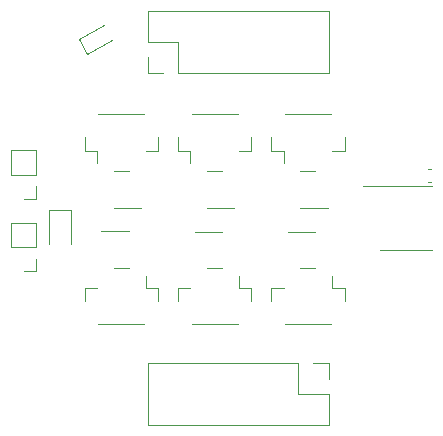
<source format=gbr>
%TF.GenerationSoftware,KiCad,Pcbnew,7.0.5*%
%TF.CreationDate,2024-01-17T23:09:27-05:00*%
%TF.ProjectId,BURNING_R,4255524e-494e-4475-9f52-2e6b69636164,rev?*%
%TF.SameCoordinates,Original*%
%TF.FileFunction,Legend,Top*%
%TF.FilePolarity,Positive*%
%FSLAX46Y46*%
G04 Gerber Fmt 4.6, Leading zero omitted, Abs format (unit mm)*
G04 Created by KiCad (PCBNEW 7.0.5) date 2024-01-17 23:09:27*
%MOMM*%
%LPD*%
G01*
G04 APERTURE LIST*
%ADD10C,0.120000*%
G04 APERTURE END LIST*
D10*
%TO.C,Q5*%
X148147500Y-99258621D02*
X149822500Y-99258621D01*
X148147500Y-99258621D02*
X147497500Y-99258621D01*
X148147500Y-96138621D02*
X148797500Y-96138621D01*
X148147500Y-96138621D02*
X147497500Y-96138621D01*
%TO.C,J3*%
X143370000Y-107138621D02*
X143370000Y-105988621D01*
X143370000Y-105988621D02*
X142320000Y-105988621D01*
X142320000Y-105988621D02*
X142320000Y-104998621D01*
X142200000Y-109108621D02*
X138320000Y-109108621D01*
X137150000Y-107138621D02*
X137150000Y-105988621D01*
X137150000Y-105988621D02*
X138200000Y-105988621D01*
%TO.C,C2*%
X166506267Y-97008621D02*
X166213733Y-97008621D01*
X166506267Y-95988621D02*
X166213733Y-95988621D01*
%TO.C,Q3*%
X156040000Y-101238621D02*
X154365000Y-101238621D01*
X156040000Y-101238621D02*
X156690000Y-101238621D01*
X156040000Y-104358621D02*
X155390000Y-104358621D01*
X156040000Y-104358621D02*
X156690000Y-104358621D01*
%TO.C,D1*%
X136644898Y-84972092D02*
X137379898Y-86245150D01*
X137379898Y-86245150D02*
X139510320Y-85015150D01*
X138775320Y-83742092D02*
X136644898Y-84972092D01*
%TO.C,J10*%
X133060000Y-104608621D02*
X132000000Y-104608621D01*
X133060000Y-103548621D02*
X133060000Y-104608621D01*
X133060000Y-102548621D02*
X133060000Y-100488621D01*
X133060000Y-102548621D02*
X130940000Y-102548621D01*
X133060000Y-100488621D02*
X130940000Y-100488621D01*
X130940000Y-102548621D02*
X130940000Y-100488621D01*
%TO.C,Q4*%
X140250000Y-99258621D02*
X141925000Y-99258621D01*
X140250000Y-99258621D02*
X139600000Y-99258621D01*
X140250000Y-96138621D02*
X140900000Y-96138621D01*
X140250000Y-96138621D02*
X139600000Y-96138621D01*
%TO.C,J1*%
X142480000Y-87795599D02*
X142480000Y-86465599D01*
X143810000Y-87795599D02*
X142480000Y-87795599D01*
X145080000Y-87795599D02*
X157840000Y-87795599D01*
X145080000Y-87795599D02*
X145080000Y-85195599D01*
X157840000Y-87795599D02*
X157840000Y-82595599D01*
X142480000Y-85195599D02*
X142480000Y-82595599D01*
X145080000Y-85195599D02*
X142480000Y-85195599D01*
X142480000Y-82595599D02*
X157840000Y-82595599D01*
%TO.C,J5*%
X159170000Y-107138621D02*
X159170000Y-105988621D01*
X159170000Y-105988621D02*
X158120000Y-105988621D01*
X158120000Y-105988621D02*
X158120000Y-104998621D01*
X158000000Y-109108621D02*
X154120000Y-109108621D01*
X152950000Y-107138621D02*
X152950000Y-105988621D01*
X152950000Y-105988621D02*
X154000000Y-105988621D01*
%TO.C,C3*%
X136020000Y-99438621D02*
X134100000Y-99438621D01*
X134100000Y-99438621D02*
X134100000Y-102298621D01*
X136020000Y-102298621D02*
X136020000Y-99438621D01*
%TO.C,J8*%
X152950000Y-93258621D02*
X152950000Y-94408621D01*
X152950000Y-94408621D02*
X154000000Y-94408621D01*
X154000000Y-94408621D02*
X154000000Y-95398621D01*
X154120000Y-91288621D02*
X158000000Y-91288621D01*
X159170000Y-93258621D02*
X159170000Y-94408621D01*
X159170000Y-94408621D02*
X158120000Y-94408621D01*
%TO.C,J6*%
X137150000Y-93258621D02*
X137150000Y-94408621D01*
X137150000Y-94408621D02*
X138200000Y-94408621D01*
X138200000Y-94408621D02*
X138200000Y-95398621D01*
X138320000Y-91288621D02*
X142200000Y-91288621D01*
X143370000Y-93258621D02*
X143370000Y-94408621D01*
X143370000Y-94408621D02*
X142320000Y-94408621D01*
%TO.C,J2*%
X157840000Y-112413621D02*
X157840000Y-113743621D01*
X156510000Y-112413621D02*
X157840000Y-112413621D01*
X155240000Y-112413621D02*
X142480000Y-112413621D01*
X155240000Y-112413621D02*
X155240000Y-115013621D01*
X142480000Y-112413621D02*
X142480000Y-117613621D01*
X157840000Y-115013621D02*
X157840000Y-117613621D01*
X155240000Y-115013621D02*
X157840000Y-115013621D01*
X157840000Y-117613621D02*
X142480000Y-117613621D01*
%TO.C,Q1*%
X140250000Y-101218621D02*
X138575000Y-101218621D01*
X140250000Y-101218621D02*
X140900000Y-101218621D01*
X140250000Y-104338621D02*
X139600000Y-104338621D01*
X140250000Y-104338621D02*
X140900000Y-104338621D01*
%TO.C,J9*%
X133060000Y-98478621D02*
X132000000Y-98478621D01*
X133060000Y-97418621D02*
X133060000Y-98478621D01*
X133060000Y-96418621D02*
X133060000Y-94358621D01*
X133060000Y-96418621D02*
X130940000Y-96418621D01*
X133060000Y-94358621D02*
X130940000Y-94358621D01*
X130940000Y-96418621D02*
X130940000Y-94358621D01*
%TO.C,U1*%
X164360000Y-97363621D02*
X160760000Y-97363621D01*
X164360000Y-97363621D02*
X166560000Y-97363621D01*
X164360000Y-102833621D02*
X162160000Y-102833621D01*
X164360000Y-102833621D02*
X166560000Y-102833621D01*
%TO.C,Q6*%
X156040000Y-99258621D02*
X157715000Y-99258621D01*
X156040000Y-99258621D02*
X155390000Y-99258621D01*
X156040000Y-96138621D02*
X156690000Y-96138621D01*
X156040000Y-96138621D02*
X155390000Y-96138621D01*
%TO.C,J4*%
X151270000Y-107138621D02*
X151270000Y-105988621D01*
X151270000Y-105988621D02*
X150220000Y-105988621D01*
X150220000Y-105988621D02*
X150220000Y-104998621D01*
X150100000Y-109108621D02*
X146220000Y-109108621D01*
X145050000Y-107138621D02*
X145050000Y-105988621D01*
X145050000Y-105988621D02*
X146100000Y-105988621D01*
%TO.C,J7*%
X145050000Y-93258621D02*
X145050000Y-94408621D01*
X145050000Y-94408621D02*
X146100000Y-94408621D01*
X146100000Y-94408621D02*
X146100000Y-95398621D01*
X146220000Y-91288621D02*
X150100000Y-91288621D01*
X151270000Y-93258621D02*
X151270000Y-94408621D01*
X151270000Y-94408621D02*
X150220000Y-94408621D01*
%TO.C,Q2*%
X148147500Y-101238621D02*
X146472500Y-101238621D01*
X148147500Y-101238621D02*
X148797500Y-101238621D01*
X148147500Y-104358621D02*
X147497500Y-104358621D01*
X148147500Y-104358621D02*
X148797500Y-104358621D01*
%TD*%
M02*

</source>
